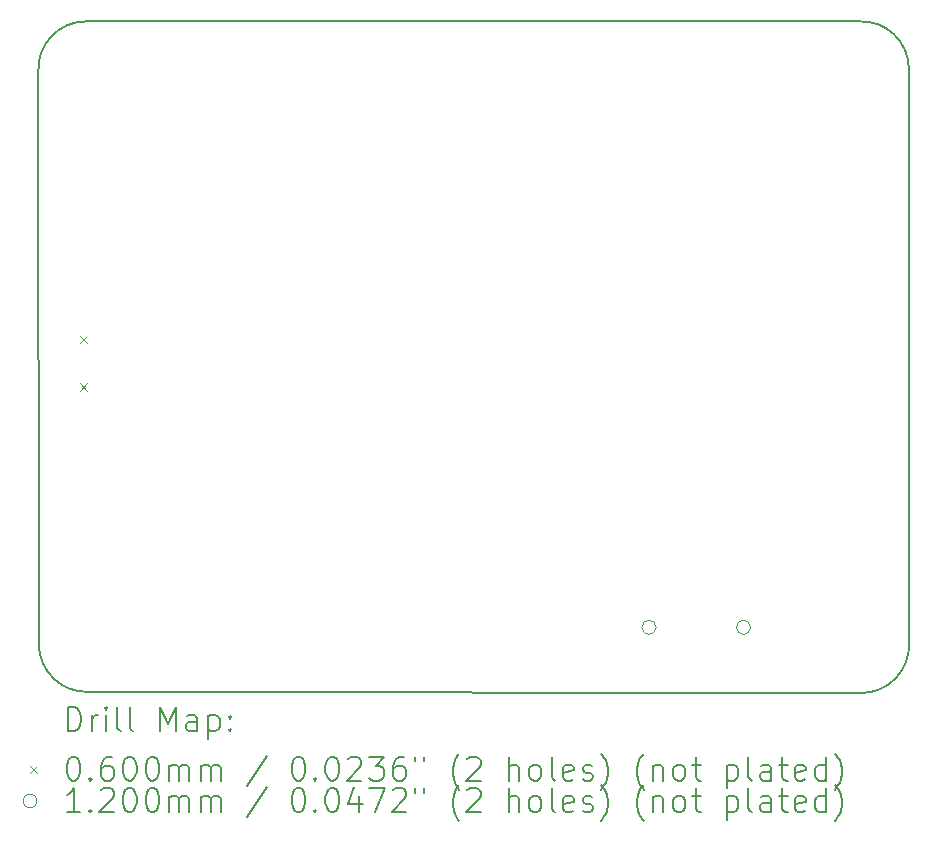
<source format=gbr>
%TF.GenerationSoftware,KiCad,Pcbnew,7.0.5-4d25ed1034~172~ubuntu22.04.1*%
%TF.CreationDate,2023-06-04T18:11:03+03:00*%
%TF.ProjectId,STM32L475-protoboard,53544d33-324c-4343-9735-2d70726f746f,rev?*%
%TF.SameCoordinates,Original*%
%TF.FileFunction,Drillmap*%
%TF.FilePolarity,Positive*%
%FSLAX45Y45*%
G04 Gerber Fmt 4.5, Leading zero omitted, Abs format (unit mm)*
G04 Created by KiCad (PCBNEW 7.0.5-4d25ed1034~172~ubuntu22.04.1) date 2023-06-04 18:11:03*
%MOMM*%
%LPD*%
G01*
G04 APERTURE LIST*
%ADD10C,0.200000*%
%ADD11C,0.060000*%
%ADD12C,0.120000*%
G04 APERTURE END LIST*
D10*
X7084202Y-4926610D02*
X13615197Y-4926993D01*
X14046094Y-5336196D02*
G75*
G03*
X13615197Y-4926993I-405005J4996D01*
G01*
X7084202Y-4926613D02*
G75*
G03*
X6675000Y-5357500I-5003J-404997D01*
G01*
X7109803Y-10603007D02*
X13636304Y-10613586D01*
X6678905Y-10193804D02*
G75*
G03*
X7109803Y-10603007I405005J-4996D01*
G01*
X14045507Y-10182697D02*
X14046086Y-5336196D01*
X6678914Y-10193804D02*
X6675000Y-5357500D01*
X13636304Y-10613595D02*
G75*
G03*
X14045507Y-10182697I4996J405005D01*
G01*
D11*
X7026000Y-7592500D02*
X7086000Y-7652500D01*
X7086000Y-7592500D02*
X7026000Y-7652500D01*
X7026000Y-7992500D02*
X7086000Y-8052500D01*
X7086000Y-7992500D02*
X7026000Y-8052500D01*
D12*
X11905000Y-10057500D02*
G75*
G03*
X11905000Y-10057500I-60000J0D01*
G01*
X12705000Y-10057500D02*
G75*
G03*
X12705000Y-10057500I-60000J0D01*
G01*
D10*
X6924948Y-10935109D02*
X6924948Y-10735109D01*
X6924948Y-10735109D02*
X6972567Y-10735109D01*
X6972567Y-10735109D02*
X7001139Y-10744633D01*
X7001139Y-10744633D02*
X7020187Y-10763681D01*
X7020187Y-10763681D02*
X7029710Y-10782728D01*
X7029710Y-10782728D02*
X7039234Y-10820823D01*
X7039234Y-10820823D02*
X7039234Y-10849395D01*
X7039234Y-10849395D02*
X7029710Y-10887490D01*
X7029710Y-10887490D02*
X7020187Y-10906538D01*
X7020187Y-10906538D02*
X7001139Y-10925585D01*
X7001139Y-10925585D02*
X6972567Y-10935109D01*
X6972567Y-10935109D02*
X6924948Y-10935109D01*
X7124948Y-10935109D02*
X7124948Y-10801776D01*
X7124948Y-10839871D02*
X7134472Y-10820823D01*
X7134472Y-10820823D02*
X7143996Y-10811300D01*
X7143996Y-10811300D02*
X7163044Y-10801776D01*
X7163044Y-10801776D02*
X7182091Y-10801776D01*
X7248758Y-10935109D02*
X7248758Y-10801776D01*
X7248758Y-10735109D02*
X7239234Y-10744633D01*
X7239234Y-10744633D02*
X7248758Y-10754157D01*
X7248758Y-10754157D02*
X7258282Y-10744633D01*
X7258282Y-10744633D02*
X7248758Y-10735109D01*
X7248758Y-10735109D02*
X7248758Y-10754157D01*
X7372567Y-10935109D02*
X7353520Y-10925585D01*
X7353520Y-10925585D02*
X7343996Y-10906538D01*
X7343996Y-10906538D02*
X7343996Y-10735109D01*
X7477329Y-10935109D02*
X7458282Y-10925585D01*
X7458282Y-10925585D02*
X7448758Y-10906538D01*
X7448758Y-10906538D02*
X7448758Y-10735109D01*
X7705901Y-10935109D02*
X7705901Y-10735109D01*
X7705901Y-10735109D02*
X7772568Y-10877966D01*
X7772568Y-10877966D02*
X7839234Y-10735109D01*
X7839234Y-10735109D02*
X7839234Y-10935109D01*
X8020187Y-10935109D02*
X8020187Y-10830347D01*
X8020187Y-10830347D02*
X8010663Y-10811300D01*
X8010663Y-10811300D02*
X7991615Y-10801776D01*
X7991615Y-10801776D02*
X7953520Y-10801776D01*
X7953520Y-10801776D02*
X7934472Y-10811300D01*
X8020187Y-10925585D02*
X8001139Y-10935109D01*
X8001139Y-10935109D02*
X7953520Y-10935109D01*
X7953520Y-10935109D02*
X7934472Y-10925585D01*
X7934472Y-10925585D02*
X7924948Y-10906538D01*
X7924948Y-10906538D02*
X7924948Y-10887490D01*
X7924948Y-10887490D02*
X7934472Y-10868442D01*
X7934472Y-10868442D02*
X7953520Y-10858919D01*
X7953520Y-10858919D02*
X8001139Y-10858919D01*
X8001139Y-10858919D02*
X8020187Y-10849395D01*
X8115425Y-10801776D02*
X8115425Y-11001776D01*
X8115425Y-10811300D02*
X8134472Y-10801776D01*
X8134472Y-10801776D02*
X8172568Y-10801776D01*
X8172568Y-10801776D02*
X8191615Y-10811300D01*
X8191615Y-10811300D02*
X8201139Y-10820823D01*
X8201139Y-10820823D02*
X8210663Y-10839871D01*
X8210663Y-10839871D02*
X8210663Y-10897014D01*
X8210663Y-10897014D02*
X8201139Y-10916061D01*
X8201139Y-10916061D02*
X8191615Y-10925585D01*
X8191615Y-10925585D02*
X8172568Y-10935109D01*
X8172568Y-10935109D02*
X8134472Y-10935109D01*
X8134472Y-10935109D02*
X8115425Y-10925585D01*
X8296377Y-10916061D02*
X8305901Y-10925585D01*
X8305901Y-10925585D02*
X8296377Y-10935109D01*
X8296377Y-10935109D02*
X8286853Y-10925585D01*
X8286853Y-10925585D02*
X8296377Y-10916061D01*
X8296377Y-10916061D02*
X8296377Y-10935109D01*
X8296377Y-10811300D02*
X8305901Y-10820823D01*
X8305901Y-10820823D02*
X8296377Y-10830347D01*
X8296377Y-10830347D02*
X8286853Y-10820823D01*
X8286853Y-10820823D02*
X8296377Y-10811300D01*
X8296377Y-10811300D02*
X8296377Y-10830347D01*
D11*
X6604172Y-11233625D02*
X6664172Y-11293625D01*
X6664172Y-11233625D02*
X6604172Y-11293625D01*
D10*
X6963044Y-11155109D02*
X6982091Y-11155109D01*
X6982091Y-11155109D02*
X7001139Y-11164633D01*
X7001139Y-11164633D02*
X7010663Y-11174157D01*
X7010663Y-11174157D02*
X7020187Y-11193204D01*
X7020187Y-11193204D02*
X7029710Y-11231299D01*
X7029710Y-11231299D02*
X7029710Y-11278919D01*
X7029710Y-11278919D02*
X7020187Y-11317014D01*
X7020187Y-11317014D02*
X7010663Y-11336061D01*
X7010663Y-11336061D02*
X7001139Y-11345585D01*
X7001139Y-11345585D02*
X6982091Y-11355109D01*
X6982091Y-11355109D02*
X6963044Y-11355109D01*
X6963044Y-11355109D02*
X6943996Y-11345585D01*
X6943996Y-11345585D02*
X6934472Y-11336061D01*
X6934472Y-11336061D02*
X6924948Y-11317014D01*
X6924948Y-11317014D02*
X6915425Y-11278919D01*
X6915425Y-11278919D02*
X6915425Y-11231299D01*
X6915425Y-11231299D02*
X6924948Y-11193204D01*
X6924948Y-11193204D02*
X6934472Y-11174157D01*
X6934472Y-11174157D02*
X6943996Y-11164633D01*
X6943996Y-11164633D02*
X6963044Y-11155109D01*
X7115425Y-11336061D02*
X7124948Y-11345585D01*
X7124948Y-11345585D02*
X7115425Y-11355109D01*
X7115425Y-11355109D02*
X7105901Y-11345585D01*
X7105901Y-11345585D02*
X7115425Y-11336061D01*
X7115425Y-11336061D02*
X7115425Y-11355109D01*
X7296377Y-11155109D02*
X7258282Y-11155109D01*
X7258282Y-11155109D02*
X7239234Y-11164633D01*
X7239234Y-11164633D02*
X7229710Y-11174157D01*
X7229710Y-11174157D02*
X7210663Y-11202728D01*
X7210663Y-11202728D02*
X7201139Y-11240823D01*
X7201139Y-11240823D02*
X7201139Y-11317014D01*
X7201139Y-11317014D02*
X7210663Y-11336061D01*
X7210663Y-11336061D02*
X7220187Y-11345585D01*
X7220187Y-11345585D02*
X7239234Y-11355109D01*
X7239234Y-11355109D02*
X7277329Y-11355109D01*
X7277329Y-11355109D02*
X7296377Y-11345585D01*
X7296377Y-11345585D02*
X7305901Y-11336061D01*
X7305901Y-11336061D02*
X7315425Y-11317014D01*
X7315425Y-11317014D02*
X7315425Y-11269395D01*
X7315425Y-11269395D02*
X7305901Y-11250347D01*
X7305901Y-11250347D02*
X7296377Y-11240823D01*
X7296377Y-11240823D02*
X7277329Y-11231299D01*
X7277329Y-11231299D02*
X7239234Y-11231299D01*
X7239234Y-11231299D02*
X7220187Y-11240823D01*
X7220187Y-11240823D02*
X7210663Y-11250347D01*
X7210663Y-11250347D02*
X7201139Y-11269395D01*
X7439234Y-11155109D02*
X7458282Y-11155109D01*
X7458282Y-11155109D02*
X7477329Y-11164633D01*
X7477329Y-11164633D02*
X7486853Y-11174157D01*
X7486853Y-11174157D02*
X7496377Y-11193204D01*
X7496377Y-11193204D02*
X7505901Y-11231299D01*
X7505901Y-11231299D02*
X7505901Y-11278919D01*
X7505901Y-11278919D02*
X7496377Y-11317014D01*
X7496377Y-11317014D02*
X7486853Y-11336061D01*
X7486853Y-11336061D02*
X7477329Y-11345585D01*
X7477329Y-11345585D02*
X7458282Y-11355109D01*
X7458282Y-11355109D02*
X7439234Y-11355109D01*
X7439234Y-11355109D02*
X7420187Y-11345585D01*
X7420187Y-11345585D02*
X7410663Y-11336061D01*
X7410663Y-11336061D02*
X7401139Y-11317014D01*
X7401139Y-11317014D02*
X7391615Y-11278919D01*
X7391615Y-11278919D02*
X7391615Y-11231299D01*
X7391615Y-11231299D02*
X7401139Y-11193204D01*
X7401139Y-11193204D02*
X7410663Y-11174157D01*
X7410663Y-11174157D02*
X7420187Y-11164633D01*
X7420187Y-11164633D02*
X7439234Y-11155109D01*
X7629710Y-11155109D02*
X7648758Y-11155109D01*
X7648758Y-11155109D02*
X7667806Y-11164633D01*
X7667806Y-11164633D02*
X7677329Y-11174157D01*
X7677329Y-11174157D02*
X7686853Y-11193204D01*
X7686853Y-11193204D02*
X7696377Y-11231299D01*
X7696377Y-11231299D02*
X7696377Y-11278919D01*
X7696377Y-11278919D02*
X7686853Y-11317014D01*
X7686853Y-11317014D02*
X7677329Y-11336061D01*
X7677329Y-11336061D02*
X7667806Y-11345585D01*
X7667806Y-11345585D02*
X7648758Y-11355109D01*
X7648758Y-11355109D02*
X7629710Y-11355109D01*
X7629710Y-11355109D02*
X7610663Y-11345585D01*
X7610663Y-11345585D02*
X7601139Y-11336061D01*
X7601139Y-11336061D02*
X7591615Y-11317014D01*
X7591615Y-11317014D02*
X7582091Y-11278919D01*
X7582091Y-11278919D02*
X7582091Y-11231299D01*
X7582091Y-11231299D02*
X7591615Y-11193204D01*
X7591615Y-11193204D02*
X7601139Y-11174157D01*
X7601139Y-11174157D02*
X7610663Y-11164633D01*
X7610663Y-11164633D02*
X7629710Y-11155109D01*
X7782091Y-11355109D02*
X7782091Y-11221776D01*
X7782091Y-11240823D02*
X7791615Y-11231299D01*
X7791615Y-11231299D02*
X7810663Y-11221776D01*
X7810663Y-11221776D02*
X7839234Y-11221776D01*
X7839234Y-11221776D02*
X7858282Y-11231299D01*
X7858282Y-11231299D02*
X7867806Y-11250347D01*
X7867806Y-11250347D02*
X7867806Y-11355109D01*
X7867806Y-11250347D02*
X7877329Y-11231299D01*
X7877329Y-11231299D02*
X7896377Y-11221776D01*
X7896377Y-11221776D02*
X7924948Y-11221776D01*
X7924948Y-11221776D02*
X7943996Y-11231299D01*
X7943996Y-11231299D02*
X7953520Y-11250347D01*
X7953520Y-11250347D02*
X7953520Y-11355109D01*
X8048758Y-11355109D02*
X8048758Y-11221776D01*
X8048758Y-11240823D02*
X8058282Y-11231299D01*
X8058282Y-11231299D02*
X8077329Y-11221776D01*
X8077329Y-11221776D02*
X8105901Y-11221776D01*
X8105901Y-11221776D02*
X8124949Y-11231299D01*
X8124949Y-11231299D02*
X8134472Y-11250347D01*
X8134472Y-11250347D02*
X8134472Y-11355109D01*
X8134472Y-11250347D02*
X8143996Y-11231299D01*
X8143996Y-11231299D02*
X8163044Y-11221776D01*
X8163044Y-11221776D02*
X8191615Y-11221776D01*
X8191615Y-11221776D02*
X8210663Y-11231299D01*
X8210663Y-11231299D02*
X8220187Y-11250347D01*
X8220187Y-11250347D02*
X8220187Y-11355109D01*
X8610663Y-11145585D02*
X8439234Y-11402728D01*
X8867806Y-11155109D02*
X8886854Y-11155109D01*
X8886854Y-11155109D02*
X8905901Y-11164633D01*
X8905901Y-11164633D02*
X8915425Y-11174157D01*
X8915425Y-11174157D02*
X8924949Y-11193204D01*
X8924949Y-11193204D02*
X8934473Y-11231299D01*
X8934473Y-11231299D02*
X8934473Y-11278919D01*
X8934473Y-11278919D02*
X8924949Y-11317014D01*
X8924949Y-11317014D02*
X8915425Y-11336061D01*
X8915425Y-11336061D02*
X8905901Y-11345585D01*
X8905901Y-11345585D02*
X8886854Y-11355109D01*
X8886854Y-11355109D02*
X8867806Y-11355109D01*
X8867806Y-11355109D02*
X8848758Y-11345585D01*
X8848758Y-11345585D02*
X8839234Y-11336061D01*
X8839234Y-11336061D02*
X8829711Y-11317014D01*
X8829711Y-11317014D02*
X8820187Y-11278919D01*
X8820187Y-11278919D02*
X8820187Y-11231299D01*
X8820187Y-11231299D02*
X8829711Y-11193204D01*
X8829711Y-11193204D02*
X8839234Y-11174157D01*
X8839234Y-11174157D02*
X8848758Y-11164633D01*
X8848758Y-11164633D02*
X8867806Y-11155109D01*
X9020187Y-11336061D02*
X9029711Y-11345585D01*
X9029711Y-11345585D02*
X9020187Y-11355109D01*
X9020187Y-11355109D02*
X9010663Y-11345585D01*
X9010663Y-11345585D02*
X9020187Y-11336061D01*
X9020187Y-11336061D02*
X9020187Y-11355109D01*
X9153520Y-11155109D02*
X9172568Y-11155109D01*
X9172568Y-11155109D02*
X9191615Y-11164633D01*
X9191615Y-11164633D02*
X9201139Y-11174157D01*
X9201139Y-11174157D02*
X9210663Y-11193204D01*
X9210663Y-11193204D02*
X9220187Y-11231299D01*
X9220187Y-11231299D02*
X9220187Y-11278919D01*
X9220187Y-11278919D02*
X9210663Y-11317014D01*
X9210663Y-11317014D02*
X9201139Y-11336061D01*
X9201139Y-11336061D02*
X9191615Y-11345585D01*
X9191615Y-11345585D02*
X9172568Y-11355109D01*
X9172568Y-11355109D02*
X9153520Y-11355109D01*
X9153520Y-11355109D02*
X9134473Y-11345585D01*
X9134473Y-11345585D02*
X9124949Y-11336061D01*
X9124949Y-11336061D02*
X9115425Y-11317014D01*
X9115425Y-11317014D02*
X9105901Y-11278919D01*
X9105901Y-11278919D02*
X9105901Y-11231299D01*
X9105901Y-11231299D02*
X9115425Y-11193204D01*
X9115425Y-11193204D02*
X9124949Y-11174157D01*
X9124949Y-11174157D02*
X9134473Y-11164633D01*
X9134473Y-11164633D02*
X9153520Y-11155109D01*
X9296377Y-11174157D02*
X9305901Y-11164633D01*
X9305901Y-11164633D02*
X9324949Y-11155109D01*
X9324949Y-11155109D02*
X9372568Y-11155109D01*
X9372568Y-11155109D02*
X9391615Y-11164633D01*
X9391615Y-11164633D02*
X9401139Y-11174157D01*
X9401139Y-11174157D02*
X9410663Y-11193204D01*
X9410663Y-11193204D02*
X9410663Y-11212252D01*
X9410663Y-11212252D02*
X9401139Y-11240823D01*
X9401139Y-11240823D02*
X9286854Y-11355109D01*
X9286854Y-11355109D02*
X9410663Y-11355109D01*
X9477330Y-11155109D02*
X9601139Y-11155109D01*
X9601139Y-11155109D02*
X9534473Y-11231299D01*
X9534473Y-11231299D02*
X9563044Y-11231299D01*
X9563044Y-11231299D02*
X9582092Y-11240823D01*
X9582092Y-11240823D02*
X9591615Y-11250347D01*
X9591615Y-11250347D02*
X9601139Y-11269395D01*
X9601139Y-11269395D02*
X9601139Y-11317014D01*
X9601139Y-11317014D02*
X9591615Y-11336061D01*
X9591615Y-11336061D02*
X9582092Y-11345585D01*
X9582092Y-11345585D02*
X9563044Y-11355109D01*
X9563044Y-11355109D02*
X9505901Y-11355109D01*
X9505901Y-11355109D02*
X9486854Y-11345585D01*
X9486854Y-11345585D02*
X9477330Y-11336061D01*
X9772568Y-11155109D02*
X9734473Y-11155109D01*
X9734473Y-11155109D02*
X9715425Y-11164633D01*
X9715425Y-11164633D02*
X9705901Y-11174157D01*
X9705901Y-11174157D02*
X9686854Y-11202728D01*
X9686854Y-11202728D02*
X9677330Y-11240823D01*
X9677330Y-11240823D02*
X9677330Y-11317014D01*
X9677330Y-11317014D02*
X9686854Y-11336061D01*
X9686854Y-11336061D02*
X9696377Y-11345585D01*
X9696377Y-11345585D02*
X9715425Y-11355109D01*
X9715425Y-11355109D02*
X9753520Y-11355109D01*
X9753520Y-11355109D02*
X9772568Y-11345585D01*
X9772568Y-11345585D02*
X9782092Y-11336061D01*
X9782092Y-11336061D02*
X9791615Y-11317014D01*
X9791615Y-11317014D02*
X9791615Y-11269395D01*
X9791615Y-11269395D02*
X9782092Y-11250347D01*
X9782092Y-11250347D02*
X9772568Y-11240823D01*
X9772568Y-11240823D02*
X9753520Y-11231299D01*
X9753520Y-11231299D02*
X9715425Y-11231299D01*
X9715425Y-11231299D02*
X9696377Y-11240823D01*
X9696377Y-11240823D02*
X9686854Y-11250347D01*
X9686854Y-11250347D02*
X9677330Y-11269395D01*
X9867806Y-11155109D02*
X9867806Y-11193204D01*
X9943996Y-11155109D02*
X9943996Y-11193204D01*
X10239235Y-11431299D02*
X10229711Y-11421776D01*
X10229711Y-11421776D02*
X10210663Y-11393204D01*
X10210663Y-11393204D02*
X10201139Y-11374157D01*
X10201139Y-11374157D02*
X10191616Y-11345585D01*
X10191616Y-11345585D02*
X10182092Y-11297966D01*
X10182092Y-11297966D02*
X10182092Y-11259871D01*
X10182092Y-11259871D02*
X10191616Y-11212252D01*
X10191616Y-11212252D02*
X10201139Y-11183681D01*
X10201139Y-11183681D02*
X10210663Y-11164633D01*
X10210663Y-11164633D02*
X10229711Y-11136061D01*
X10229711Y-11136061D02*
X10239235Y-11126538D01*
X10305901Y-11174157D02*
X10315425Y-11164633D01*
X10315425Y-11164633D02*
X10334473Y-11155109D01*
X10334473Y-11155109D02*
X10382092Y-11155109D01*
X10382092Y-11155109D02*
X10401139Y-11164633D01*
X10401139Y-11164633D02*
X10410663Y-11174157D01*
X10410663Y-11174157D02*
X10420187Y-11193204D01*
X10420187Y-11193204D02*
X10420187Y-11212252D01*
X10420187Y-11212252D02*
X10410663Y-11240823D01*
X10410663Y-11240823D02*
X10296377Y-11355109D01*
X10296377Y-11355109D02*
X10420187Y-11355109D01*
X10658282Y-11355109D02*
X10658282Y-11155109D01*
X10743997Y-11355109D02*
X10743997Y-11250347D01*
X10743997Y-11250347D02*
X10734473Y-11231299D01*
X10734473Y-11231299D02*
X10715425Y-11221776D01*
X10715425Y-11221776D02*
X10686854Y-11221776D01*
X10686854Y-11221776D02*
X10667806Y-11231299D01*
X10667806Y-11231299D02*
X10658282Y-11240823D01*
X10867806Y-11355109D02*
X10848758Y-11345585D01*
X10848758Y-11345585D02*
X10839235Y-11336061D01*
X10839235Y-11336061D02*
X10829711Y-11317014D01*
X10829711Y-11317014D02*
X10829711Y-11259871D01*
X10829711Y-11259871D02*
X10839235Y-11240823D01*
X10839235Y-11240823D02*
X10848758Y-11231299D01*
X10848758Y-11231299D02*
X10867806Y-11221776D01*
X10867806Y-11221776D02*
X10896378Y-11221776D01*
X10896378Y-11221776D02*
X10915425Y-11231299D01*
X10915425Y-11231299D02*
X10924949Y-11240823D01*
X10924949Y-11240823D02*
X10934473Y-11259871D01*
X10934473Y-11259871D02*
X10934473Y-11317014D01*
X10934473Y-11317014D02*
X10924949Y-11336061D01*
X10924949Y-11336061D02*
X10915425Y-11345585D01*
X10915425Y-11345585D02*
X10896378Y-11355109D01*
X10896378Y-11355109D02*
X10867806Y-11355109D01*
X11048758Y-11355109D02*
X11029711Y-11345585D01*
X11029711Y-11345585D02*
X11020187Y-11326538D01*
X11020187Y-11326538D02*
X11020187Y-11155109D01*
X11201139Y-11345585D02*
X11182092Y-11355109D01*
X11182092Y-11355109D02*
X11143997Y-11355109D01*
X11143997Y-11355109D02*
X11124949Y-11345585D01*
X11124949Y-11345585D02*
X11115425Y-11326538D01*
X11115425Y-11326538D02*
X11115425Y-11250347D01*
X11115425Y-11250347D02*
X11124949Y-11231299D01*
X11124949Y-11231299D02*
X11143997Y-11221776D01*
X11143997Y-11221776D02*
X11182092Y-11221776D01*
X11182092Y-11221776D02*
X11201139Y-11231299D01*
X11201139Y-11231299D02*
X11210663Y-11250347D01*
X11210663Y-11250347D02*
X11210663Y-11269395D01*
X11210663Y-11269395D02*
X11115425Y-11288442D01*
X11286854Y-11345585D02*
X11305901Y-11355109D01*
X11305901Y-11355109D02*
X11343996Y-11355109D01*
X11343996Y-11355109D02*
X11363044Y-11345585D01*
X11363044Y-11345585D02*
X11372568Y-11326538D01*
X11372568Y-11326538D02*
X11372568Y-11317014D01*
X11372568Y-11317014D02*
X11363044Y-11297966D01*
X11363044Y-11297966D02*
X11343996Y-11288442D01*
X11343996Y-11288442D02*
X11315425Y-11288442D01*
X11315425Y-11288442D02*
X11296377Y-11278919D01*
X11296377Y-11278919D02*
X11286854Y-11259871D01*
X11286854Y-11259871D02*
X11286854Y-11250347D01*
X11286854Y-11250347D02*
X11296377Y-11231299D01*
X11296377Y-11231299D02*
X11315425Y-11221776D01*
X11315425Y-11221776D02*
X11343996Y-11221776D01*
X11343996Y-11221776D02*
X11363044Y-11231299D01*
X11439235Y-11431299D02*
X11448758Y-11421776D01*
X11448758Y-11421776D02*
X11467806Y-11393204D01*
X11467806Y-11393204D02*
X11477330Y-11374157D01*
X11477330Y-11374157D02*
X11486854Y-11345585D01*
X11486854Y-11345585D02*
X11496377Y-11297966D01*
X11496377Y-11297966D02*
X11496377Y-11259871D01*
X11496377Y-11259871D02*
X11486854Y-11212252D01*
X11486854Y-11212252D02*
X11477330Y-11183681D01*
X11477330Y-11183681D02*
X11467806Y-11164633D01*
X11467806Y-11164633D02*
X11448758Y-11136061D01*
X11448758Y-11136061D02*
X11439235Y-11126538D01*
X11801139Y-11431299D02*
X11791616Y-11421776D01*
X11791616Y-11421776D02*
X11772568Y-11393204D01*
X11772568Y-11393204D02*
X11763044Y-11374157D01*
X11763044Y-11374157D02*
X11753520Y-11345585D01*
X11753520Y-11345585D02*
X11743997Y-11297966D01*
X11743997Y-11297966D02*
X11743997Y-11259871D01*
X11743997Y-11259871D02*
X11753520Y-11212252D01*
X11753520Y-11212252D02*
X11763044Y-11183681D01*
X11763044Y-11183681D02*
X11772568Y-11164633D01*
X11772568Y-11164633D02*
X11791616Y-11136061D01*
X11791616Y-11136061D02*
X11801139Y-11126538D01*
X11877330Y-11221776D02*
X11877330Y-11355109D01*
X11877330Y-11240823D02*
X11886854Y-11231299D01*
X11886854Y-11231299D02*
X11905901Y-11221776D01*
X11905901Y-11221776D02*
X11934473Y-11221776D01*
X11934473Y-11221776D02*
X11953520Y-11231299D01*
X11953520Y-11231299D02*
X11963044Y-11250347D01*
X11963044Y-11250347D02*
X11963044Y-11355109D01*
X12086854Y-11355109D02*
X12067806Y-11345585D01*
X12067806Y-11345585D02*
X12058282Y-11336061D01*
X12058282Y-11336061D02*
X12048758Y-11317014D01*
X12048758Y-11317014D02*
X12048758Y-11259871D01*
X12048758Y-11259871D02*
X12058282Y-11240823D01*
X12058282Y-11240823D02*
X12067806Y-11231299D01*
X12067806Y-11231299D02*
X12086854Y-11221776D01*
X12086854Y-11221776D02*
X12115425Y-11221776D01*
X12115425Y-11221776D02*
X12134473Y-11231299D01*
X12134473Y-11231299D02*
X12143997Y-11240823D01*
X12143997Y-11240823D02*
X12153520Y-11259871D01*
X12153520Y-11259871D02*
X12153520Y-11317014D01*
X12153520Y-11317014D02*
X12143997Y-11336061D01*
X12143997Y-11336061D02*
X12134473Y-11345585D01*
X12134473Y-11345585D02*
X12115425Y-11355109D01*
X12115425Y-11355109D02*
X12086854Y-11355109D01*
X12210663Y-11221776D02*
X12286854Y-11221776D01*
X12239235Y-11155109D02*
X12239235Y-11326538D01*
X12239235Y-11326538D02*
X12248758Y-11345585D01*
X12248758Y-11345585D02*
X12267806Y-11355109D01*
X12267806Y-11355109D02*
X12286854Y-11355109D01*
X12505901Y-11221776D02*
X12505901Y-11421776D01*
X12505901Y-11231299D02*
X12524949Y-11221776D01*
X12524949Y-11221776D02*
X12563044Y-11221776D01*
X12563044Y-11221776D02*
X12582092Y-11231299D01*
X12582092Y-11231299D02*
X12591616Y-11240823D01*
X12591616Y-11240823D02*
X12601139Y-11259871D01*
X12601139Y-11259871D02*
X12601139Y-11317014D01*
X12601139Y-11317014D02*
X12591616Y-11336061D01*
X12591616Y-11336061D02*
X12582092Y-11345585D01*
X12582092Y-11345585D02*
X12563044Y-11355109D01*
X12563044Y-11355109D02*
X12524949Y-11355109D01*
X12524949Y-11355109D02*
X12505901Y-11345585D01*
X12715425Y-11355109D02*
X12696378Y-11345585D01*
X12696378Y-11345585D02*
X12686854Y-11326538D01*
X12686854Y-11326538D02*
X12686854Y-11155109D01*
X12877330Y-11355109D02*
X12877330Y-11250347D01*
X12877330Y-11250347D02*
X12867806Y-11231299D01*
X12867806Y-11231299D02*
X12848759Y-11221776D01*
X12848759Y-11221776D02*
X12810663Y-11221776D01*
X12810663Y-11221776D02*
X12791616Y-11231299D01*
X12877330Y-11345585D02*
X12858282Y-11355109D01*
X12858282Y-11355109D02*
X12810663Y-11355109D01*
X12810663Y-11355109D02*
X12791616Y-11345585D01*
X12791616Y-11345585D02*
X12782092Y-11326538D01*
X12782092Y-11326538D02*
X12782092Y-11307490D01*
X12782092Y-11307490D02*
X12791616Y-11288442D01*
X12791616Y-11288442D02*
X12810663Y-11278919D01*
X12810663Y-11278919D02*
X12858282Y-11278919D01*
X12858282Y-11278919D02*
X12877330Y-11269395D01*
X12943997Y-11221776D02*
X13020187Y-11221776D01*
X12972568Y-11155109D02*
X12972568Y-11326538D01*
X12972568Y-11326538D02*
X12982092Y-11345585D01*
X12982092Y-11345585D02*
X13001139Y-11355109D01*
X13001139Y-11355109D02*
X13020187Y-11355109D01*
X13163044Y-11345585D02*
X13143997Y-11355109D01*
X13143997Y-11355109D02*
X13105901Y-11355109D01*
X13105901Y-11355109D02*
X13086854Y-11345585D01*
X13086854Y-11345585D02*
X13077330Y-11326538D01*
X13077330Y-11326538D02*
X13077330Y-11250347D01*
X13077330Y-11250347D02*
X13086854Y-11231299D01*
X13086854Y-11231299D02*
X13105901Y-11221776D01*
X13105901Y-11221776D02*
X13143997Y-11221776D01*
X13143997Y-11221776D02*
X13163044Y-11231299D01*
X13163044Y-11231299D02*
X13172568Y-11250347D01*
X13172568Y-11250347D02*
X13172568Y-11269395D01*
X13172568Y-11269395D02*
X13077330Y-11288442D01*
X13343997Y-11355109D02*
X13343997Y-11155109D01*
X13343997Y-11345585D02*
X13324949Y-11355109D01*
X13324949Y-11355109D02*
X13286854Y-11355109D01*
X13286854Y-11355109D02*
X13267806Y-11345585D01*
X13267806Y-11345585D02*
X13258282Y-11336061D01*
X13258282Y-11336061D02*
X13248759Y-11317014D01*
X13248759Y-11317014D02*
X13248759Y-11259871D01*
X13248759Y-11259871D02*
X13258282Y-11240823D01*
X13258282Y-11240823D02*
X13267806Y-11231299D01*
X13267806Y-11231299D02*
X13286854Y-11221776D01*
X13286854Y-11221776D02*
X13324949Y-11221776D01*
X13324949Y-11221776D02*
X13343997Y-11231299D01*
X13420187Y-11431299D02*
X13429711Y-11421776D01*
X13429711Y-11421776D02*
X13448759Y-11393204D01*
X13448759Y-11393204D02*
X13458282Y-11374157D01*
X13458282Y-11374157D02*
X13467806Y-11345585D01*
X13467806Y-11345585D02*
X13477330Y-11297966D01*
X13477330Y-11297966D02*
X13477330Y-11259871D01*
X13477330Y-11259871D02*
X13467806Y-11212252D01*
X13467806Y-11212252D02*
X13458282Y-11183681D01*
X13458282Y-11183681D02*
X13448759Y-11164633D01*
X13448759Y-11164633D02*
X13429711Y-11136061D01*
X13429711Y-11136061D02*
X13420187Y-11126538D01*
D12*
X6664172Y-11527625D02*
G75*
G03*
X6664172Y-11527625I-60000J0D01*
G01*
D10*
X7029710Y-11619109D02*
X6915425Y-11619109D01*
X6972567Y-11619109D02*
X6972567Y-11419109D01*
X6972567Y-11419109D02*
X6953520Y-11447680D01*
X6953520Y-11447680D02*
X6934472Y-11466728D01*
X6934472Y-11466728D02*
X6915425Y-11476252D01*
X7115425Y-11600061D02*
X7124948Y-11609585D01*
X7124948Y-11609585D02*
X7115425Y-11619109D01*
X7115425Y-11619109D02*
X7105901Y-11609585D01*
X7105901Y-11609585D02*
X7115425Y-11600061D01*
X7115425Y-11600061D02*
X7115425Y-11619109D01*
X7201139Y-11438157D02*
X7210663Y-11428633D01*
X7210663Y-11428633D02*
X7229710Y-11419109D01*
X7229710Y-11419109D02*
X7277329Y-11419109D01*
X7277329Y-11419109D02*
X7296377Y-11428633D01*
X7296377Y-11428633D02*
X7305901Y-11438157D01*
X7305901Y-11438157D02*
X7315425Y-11457204D01*
X7315425Y-11457204D02*
X7315425Y-11476252D01*
X7315425Y-11476252D02*
X7305901Y-11504823D01*
X7305901Y-11504823D02*
X7191615Y-11619109D01*
X7191615Y-11619109D02*
X7315425Y-11619109D01*
X7439234Y-11419109D02*
X7458282Y-11419109D01*
X7458282Y-11419109D02*
X7477329Y-11428633D01*
X7477329Y-11428633D02*
X7486853Y-11438157D01*
X7486853Y-11438157D02*
X7496377Y-11457204D01*
X7496377Y-11457204D02*
X7505901Y-11495299D01*
X7505901Y-11495299D02*
X7505901Y-11542919D01*
X7505901Y-11542919D02*
X7496377Y-11581014D01*
X7496377Y-11581014D02*
X7486853Y-11600061D01*
X7486853Y-11600061D02*
X7477329Y-11609585D01*
X7477329Y-11609585D02*
X7458282Y-11619109D01*
X7458282Y-11619109D02*
X7439234Y-11619109D01*
X7439234Y-11619109D02*
X7420187Y-11609585D01*
X7420187Y-11609585D02*
X7410663Y-11600061D01*
X7410663Y-11600061D02*
X7401139Y-11581014D01*
X7401139Y-11581014D02*
X7391615Y-11542919D01*
X7391615Y-11542919D02*
X7391615Y-11495299D01*
X7391615Y-11495299D02*
X7401139Y-11457204D01*
X7401139Y-11457204D02*
X7410663Y-11438157D01*
X7410663Y-11438157D02*
X7420187Y-11428633D01*
X7420187Y-11428633D02*
X7439234Y-11419109D01*
X7629710Y-11419109D02*
X7648758Y-11419109D01*
X7648758Y-11419109D02*
X7667806Y-11428633D01*
X7667806Y-11428633D02*
X7677329Y-11438157D01*
X7677329Y-11438157D02*
X7686853Y-11457204D01*
X7686853Y-11457204D02*
X7696377Y-11495299D01*
X7696377Y-11495299D02*
X7696377Y-11542919D01*
X7696377Y-11542919D02*
X7686853Y-11581014D01*
X7686853Y-11581014D02*
X7677329Y-11600061D01*
X7677329Y-11600061D02*
X7667806Y-11609585D01*
X7667806Y-11609585D02*
X7648758Y-11619109D01*
X7648758Y-11619109D02*
X7629710Y-11619109D01*
X7629710Y-11619109D02*
X7610663Y-11609585D01*
X7610663Y-11609585D02*
X7601139Y-11600061D01*
X7601139Y-11600061D02*
X7591615Y-11581014D01*
X7591615Y-11581014D02*
X7582091Y-11542919D01*
X7582091Y-11542919D02*
X7582091Y-11495299D01*
X7582091Y-11495299D02*
X7591615Y-11457204D01*
X7591615Y-11457204D02*
X7601139Y-11438157D01*
X7601139Y-11438157D02*
X7610663Y-11428633D01*
X7610663Y-11428633D02*
X7629710Y-11419109D01*
X7782091Y-11619109D02*
X7782091Y-11485776D01*
X7782091Y-11504823D02*
X7791615Y-11495299D01*
X7791615Y-11495299D02*
X7810663Y-11485776D01*
X7810663Y-11485776D02*
X7839234Y-11485776D01*
X7839234Y-11485776D02*
X7858282Y-11495299D01*
X7858282Y-11495299D02*
X7867806Y-11514347D01*
X7867806Y-11514347D02*
X7867806Y-11619109D01*
X7867806Y-11514347D02*
X7877329Y-11495299D01*
X7877329Y-11495299D02*
X7896377Y-11485776D01*
X7896377Y-11485776D02*
X7924948Y-11485776D01*
X7924948Y-11485776D02*
X7943996Y-11495299D01*
X7943996Y-11495299D02*
X7953520Y-11514347D01*
X7953520Y-11514347D02*
X7953520Y-11619109D01*
X8048758Y-11619109D02*
X8048758Y-11485776D01*
X8048758Y-11504823D02*
X8058282Y-11495299D01*
X8058282Y-11495299D02*
X8077329Y-11485776D01*
X8077329Y-11485776D02*
X8105901Y-11485776D01*
X8105901Y-11485776D02*
X8124949Y-11495299D01*
X8124949Y-11495299D02*
X8134472Y-11514347D01*
X8134472Y-11514347D02*
X8134472Y-11619109D01*
X8134472Y-11514347D02*
X8143996Y-11495299D01*
X8143996Y-11495299D02*
X8163044Y-11485776D01*
X8163044Y-11485776D02*
X8191615Y-11485776D01*
X8191615Y-11485776D02*
X8210663Y-11495299D01*
X8210663Y-11495299D02*
X8220187Y-11514347D01*
X8220187Y-11514347D02*
X8220187Y-11619109D01*
X8610663Y-11409585D02*
X8439234Y-11666728D01*
X8867806Y-11419109D02*
X8886854Y-11419109D01*
X8886854Y-11419109D02*
X8905901Y-11428633D01*
X8905901Y-11428633D02*
X8915425Y-11438157D01*
X8915425Y-11438157D02*
X8924949Y-11457204D01*
X8924949Y-11457204D02*
X8934473Y-11495299D01*
X8934473Y-11495299D02*
X8934473Y-11542919D01*
X8934473Y-11542919D02*
X8924949Y-11581014D01*
X8924949Y-11581014D02*
X8915425Y-11600061D01*
X8915425Y-11600061D02*
X8905901Y-11609585D01*
X8905901Y-11609585D02*
X8886854Y-11619109D01*
X8886854Y-11619109D02*
X8867806Y-11619109D01*
X8867806Y-11619109D02*
X8848758Y-11609585D01*
X8848758Y-11609585D02*
X8839234Y-11600061D01*
X8839234Y-11600061D02*
X8829711Y-11581014D01*
X8829711Y-11581014D02*
X8820187Y-11542919D01*
X8820187Y-11542919D02*
X8820187Y-11495299D01*
X8820187Y-11495299D02*
X8829711Y-11457204D01*
X8829711Y-11457204D02*
X8839234Y-11438157D01*
X8839234Y-11438157D02*
X8848758Y-11428633D01*
X8848758Y-11428633D02*
X8867806Y-11419109D01*
X9020187Y-11600061D02*
X9029711Y-11609585D01*
X9029711Y-11609585D02*
X9020187Y-11619109D01*
X9020187Y-11619109D02*
X9010663Y-11609585D01*
X9010663Y-11609585D02*
X9020187Y-11600061D01*
X9020187Y-11600061D02*
X9020187Y-11619109D01*
X9153520Y-11419109D02*
X9172568Y-11419109D01*
X9172568Y-11419109D02*
X9191615Y-11428633D01*
X9191615Y-11428633D02*
X9201139Y-11438157D01*
X9201139Y-11438157D02*
X9210663Y-11457204D01*
X9210663Y-11457204D02*
X9220187Y-11495299D01*
X9220187Y-11495299D02*
X9220187Y-11542919D01*
X9220187Y-11542919D02*
X9210663Y-11581014D01*
X9210663Y-11581014D02*
X9201139Y-11600061D01*
X9201139Y-11600061D02*
X9191615Y-11609585D01*
X9191615Y-11609585D02*
X9172568Y-11619109D01*
X9172568Y-11619109D02*
X9153520Y-11619109D01*
X9153520Y-11619109D02*
X9134473Y-11609585D01*
X9134473Y-11609585D02*
X9124949Y-11600061D01*
X9124949Y-11600061D02*
X9115425Y-11581014D01*
X9115425Y-11581014D02*
X9105901Y-11542919D01*
X9105901Y-11542919D02*
X9105901Y-11495299D01*
X9105901Y-11495299D02*
X9115425Y-11457204D01*
X9115425Y-11457204D02*
X9124949Y-11438157D01*
X9124949Y-11438157D02*
X9134473Y-11428633D01*
X9134473Y-11428633D02*
X9153520Y-11419109D01*
X9391615Y-11485776D02*
X9391615Y-11619109D01*
X9343996Y-11409585D02*
X9296377Y-11552442D01*
X9296377Y-11552442D02*
X9420187Y-11552442D01*
X9477330Y-11419109D02*
X9610663Y-11419109D01*
X9610663Y-11419109D02*
X9524949Y-11619109D01*
X9677330Y-11438157D02*
X9686854Y-11428633D01*
X9686854Y-11428633D02*
X9705901Y-11419109D01*
X9705901Y-11419109D02*
X9753520Y-11419109D01*
X9753520Y-11419109D02*
X9772568Y-11428633D01*
X9772568Y-11428633D02*
X9782092Y-11438157D01*
X9782092Y-11438157D02*
X9791615Y-11457204D01*
X9791615Y-11457204D02*
X9791615Y-11476252D01*
X9791615Y-11476252D02*
X9782092Y-11504823D01*
X9782092Y-11504823D02*
X9667806Y-11619109D01*
X9667806Y-11619109D02*
X9791615Y-11619109D01*
X9867806Y-11419109D02*
X9867806Y-11457204D01*
X9943996Y-11419109D02*
X9943996Y-11457204D01*
X10239235Y-11695299D02*
X10229711Y-11685776D01*
X10229711Y-11685776D02*
X10210663Y-11657204D01*
X10210663Y-11657204D02*
X10201139Y-11638157D01*
X10201139Y-11638157D02*
X10191616Y-11609585D01*
X10191616Y-11609585D02*
X10182092Y-11561966D01*
X10182092Y-11561966D02*
X10182092Y-11523871D01*
X10182092Y-11523871D02*
X10191616Y-11476252D01*
X10191616Y-11476252D02*
X10201139Y-11447680D01*
X10201139Y-11447680D02*
X10210663Y-11428633D01*
X10210663Y-11428633D02*
X10229711Y-11400061D01*
X10229711Y-11400061D02*
X10239235Y-11390538D01*
X10305901Y-11438157D02*
X10315425Y-11428633D01*
X10315425Y-11428633D02*
X10334473Y-11419109D01*
X10334473Y-11419109D02*
X10382092Y-11419109D01*
X10382092Y-11419109D02*
X10401139Y-11428633D01*
X10401139Y-11428633D02*
X10410663Y-11438157D01*
X10410663Y-11438157D02*
X10420187Y-11457204D01*
X10420187Y-11457204D02*
X10420187Y-11476252D01*
X10420187Y-11476252D02*
X10410663Y-11504823D01*
X10410663Y-11504823D02*
X10296377Y-11619109D01*
X10296377Y-11619109D02*
X10420187Y-11619109D01*
X10658282Y-11619109D02*
X10658282Y-11419109D01*
X10743997Y-11619109D02*
X10743997Y-11514347D01*
X10743997Y-11514347D02*
X10734473Y-11495299D01*
X10734473Y-11495299D02*
X10715425Y-11485776D01*
X10715425Y-11485776D02*
X10686854Y-11485776D01*
X10686854Y-11485776D02*
X10667806Y-11495299D01*
X10667806Y-11495299D02*
X10658282Y-11504823D01*
X10867806Y-11619109D02*
X10848758Y-11609585D01*
X10848758Y-11609585D02*
X10839235Y-11600061D01*
X10839235Y-11600061D02*
X10829711Y-11581014D01*
X10829711Y-11581014D02*
X10829711Y-11523871D01*
X10829711Y-11523871D02*
X10839235Y-11504823D01*
X10839235Y-11504823D02*
X10848758Y-11495299D01*
X10848758Y-11495299D02*
X10867806Y-11485776D01*
X10867806Y-11485776D02*
X10896378Y-11485776D01*
X10896378Y-11485776D02*
X10915425Y-11495299D01*
X10915425Y-11495299D02*
X10924949Y-11504823D01*
X10924949Y-11504823D02*
X10934473Y-11523871D01*
X10934473Y-11523871D02*
X10934473Y-11581014D01*
X10934473Y-11581014D02*
X10924949Y-11600061D01*
X10924949Y-11600061D02*
X10915425Y-11609585D01*
X10915425Y-11609585D02*
X10896378Y-11619109D01*
X10896378Y-11619109D02*
X10867806Y-11619109D01*
X11048758Y-11619109D02*
X11029711Y-11609585D01*
X11029711Y-11609585D02*
X11020187Y-11590538D01*
X11020187Y-11590538D02*
X11020187Y-11419109D01*
X11201139Y-11609585D02*
X11182092Y-11619109D01*
X11182092Y-11619109D02*
X11143997Y-11619109D01*
X11143997Y-11619109D02*
X11124949Y-11609585D01*
X11124949Y-11609585D02*
X11115425Y-11590538D01*
X11115425Y-11590538D02*
X11115425Y-11514347D01*
X11115425Y-11514347D02*
X11124949Y-11495299D01*
X11124949Y-11495299D02*
X11143997Y-11485776D01*
X11143997Y-11485776D02*
X11182092Y-11485776D01*
X11182092Y-11485776D02*
X11201139Y-11495299D01*
X11201139Y-11495299D02*
X11210663Y-11514347D01*
X11210663Y-11514347D02*
X11210663Y-11533395D01*
X11210663Y-11533395D02*
X11115425Y-11552442D01*
X11286854Y-11609585D02*
X11305901Y-11619109D01*
X11305901Y-11619109D02*
X11343996Y-11619109D01*
X11343996Y-11619109D02*
X11363044Y-11609585D01*
X11363044Y-11609585D02*
X11372568Y-11590538D01*
X11372568Y-11590538D02*
X11372568Y-11581014D01*
X11372568Y-11581014D02*
X11363044Y-11561966D01*
X11363044Y-11561966D02*
X11343996Y-11552442D01*
X11343996Y-11552442D02*
X11315425Y-11552442D01*
X11315425Y-11552442D02*
X11296377Y-11542919D01*
X11296377Y-11542919D02*
X11286854Y-11523871D01*
X11286854Y-11523871D02*
X11286854Y-11514347D01*
X11286854Y-11514347D02*
X11296377Y-11495299D01*
X11296377Y-11495299D02*
X11315425Y-11485776D01*
X11315425Y-11485776D02*
X11343996Y-11485776D01*
X11343996Y-11485776D02*
X11363044Y-11495299D01*
X11439235Y-11695299D02*
X11448758Y-11685776D01*
X11448758Y-11685776D02*
X11467806Y-11657204D01*
X11467806Y-11657204D02*
X11477330Y-11638157D01*
X11477330Y-11638157D02*
X11486854Y-11609585D01*
X11486854Y-11609585D02*
X11496377Y-11561966D01*
X11496377Y-11561966D02*
X11496377Y-11523871D01*
X11496377Y-11523871D02*
X11486854Y-11476252D01*
X11486854Y-11476252D02*
X11477330Y-11447680D01*
X11477330Y-11447680D02*
X11467806Y-11428633D01*
X11467806Y-11428633D02*
X11448758Y-11400061D01*
X11448758Y-11400061D02*
X11439235Y-11390538D01*
X11801139Y-11695299D02*
X11791616Y-11685776D01*
X11791616Y-11685776D02*
X11772568Y-11657204D01*
X11772568Y-11657204D02*
X11763044Y-11638157D01*
X11763044Y-11638157D02*
X11753520Y-11609585D01*
X11753520Y-11609585D02*
X11743997Y-11561966D01*
X11743997Y-11561966D02*
X11743997Y-11523871D01*
X11743997Y-11523871D02*
X11753520Y-11476252D01*
X11753520Y-11476252D02*
X11763044Y-11447680D01*
X11763044Y-11447680D02*
X11772568Y-11428633D01*
X11772568Y-11428633D02*
X11791616Y-11400061D01*
X11791616Y-11400061D02*
X11801139Y-11390538D01*
X11877330Y-11485776D02*
X11877330Y-11619109D01*
X11877330Y-11504823D02*
X11886854Y-11495299D01*
X11886854Y-11495299D02*
X11905901Y-11485776D01*
X11905901Y-11485776D02*
X11934473Y-11485776D01*
X11934473Y-11485776D02*
X11953520Y-11495299D01*
X11953520Y-11495299D02*
X11963044Y-11514347D01*
X11963044Y-11514347D02*
X11963044Y-11619109D01*
X12086854Y-11619109D02*
X12067806Y-11609585D01*
X12067806Y-11609585D02*
X12058282Y-11600061D01*
X12058282Y-11600061D02*
X12048758Y-11581014D01*
X12048758Y-11581014D02*
X12048758Y-11523871D01*
X12048758Y-11523871D02*
X12058282Y-11504823D01*
X12058282Y-11504823D02*
X12067806Y-11495299D01*
X12067806Y-11495299D02*
X12086854Y-11485776D01*
X12086854Y-11485776D02*
X12115425Y-11485776D01*
X12115425Y-11485776D02*
X12134473Y-11495299D01*
X12134473Y-11495299D02*
X12143997Y-11504823D01*
X12143997Y-11504823D02*
X12153520Y-11523871D01*
X12153520Y-11523871D02*
X12153520Y-11581014D01*
X12153520Y-11581014D02*
X12143997Y-11600061D01*
X12143997Y-11600061D02*
X12134473Y-11609585D01*
X12134473Y-11609585D02*
X12115425Y-11619109D01*
X12115425Y-11619109D02*
X12086854Y-11619109D01*
X12210663Y-11485776D02*
X12286854Y-11485776D01*
X12239235Y-11419109D02*
X12239235Y-11590538D01*
X12239235Y-11590538D02*
X12248758Y-11609585D01*
X12248758Y-11609585D02*
X12267806Y-11619109D01*
X12267806Y-11619109D02*
X12286854Y-11619109D01*
X12505901Y-11485776D02*
X12505901Y-11685776D01*
X12505901Y-11495299D02*
X12524949Y-11485776D01*
X12524949Y-11485776D02*
X12563044Y-11485776D01*
X12563044Y-11485776D02*
X12582092Y-11495299D01*
X12582092Y-11495299D02*
X12591616Y-11504823D01*
X12591616Y-11504823D02*
X12601139Y-11523871D01*
X12601139Y-11523871D02*
X12601139Y-11581014D01*
X12601139Y-11581014D02*
X12591616Y-11600061D01*
X12591616Y-11600061D02*
X12582092Y-11609585D01*
X12582092Y-11609585D02*
X12563044Y-11619109D01*
X12563044Y-11619109D02*
X12524949Y-11619109D01*
X12524949Y-11619109D02*
X12505901Y-11609585D01*
X12715425Y-11619109D02*
X12696378Y-11609585D01*
X12696378Y-11609585D02*
X12686854Y-11590538D01*
X12686854Y-11590538D02*
X12686854Y-11419109D01*
X12877330Y-11619109D02*
X12877330Y-11514347D01*
X12877330Y-11514347D02*
X12867806Y-11495299D01*
X12867806Y-11495299D02*
X12848759Y-11485776D01*
X12848759Y-11485776D02*
X12810663Y-11485776D01*
X12810663Y-11485776D02*
X12791616Y-11495299D01*
X12877330Y-11609585D02*
X12858282Y-11619109D01*
X12858282Y-11619109D02*
X12810663Y-11619109D01*
X12810663Y-11619109D02*
X12791616Y-11609585D01*
X12791616Y-11609585D02*
X12782092Y-11590538D01*
X12782092Y-11590538D02*
X12782092Y-11571490D01*
X12782092Y-11571490D02*
X12791616Y-11552442D01*
X12791616Y-11552442D02*
X12810663Y-11542919D01*
X12810663Y-11542919D02*
X12858282Y-11542919D01*
X12858282Y-11542919D02*
X12877330Y-11533395D01*
X12943997Y-11485776D02*
X13020187Y-11485776D01*
X12972568Y-11419109D02*
X12972568Y-11590538D01*
X12972568Y-11590538D02*
X12982092Y-11609585D01*
X12982092Y-11609585D02*
X13001139Y-11619109D01*
X13001139Y-11619109D02*
X13020187Y-11619109D01*
X13163044Y-11609585D02*
X13143997Y-11619109D01*
X13143997Y-11619109D02*
X13105901Y-11619109D01*
X13105901Y-11619109D02*
X13086854Y-11609585D01*
X13086854Y-11609585D02*
X13077330Y-11590538D01*
X13077330Y-11590538D02*
X13077330Y-11514347D01*
X13077330Y-11514347D02*
X13086854Y-11495299D01*
X13086854Y-11495299D02*
X13105901Y-11485776D01*
X13105901Y-11485776D02*
X13143997Y-11485776D01*
X13143997Y-11485776D02*
X13163044Y-11495299D01*
X13163044Y-11495299D02*
X13172568Y-11514347D01*
X13172568Y-11514347D02*
X13172568Y-11533395D01*
X13172568Y-11533395D02*
X13077330Y-11552442D01*
X13343997Y-11619109D02*
X13343997Y-11419109D01*
X13343997Y-11609585D02*
X13324949Y-11619109D01*
X13324949Y-11619109D02*
X13286854Y-11619109D01*
X13286854Y-11619109D02*
X13267806Y-11609585D01*
X13267806Y-11609585D02*
X13258282Y-11600061D01*
X13258282Y-11600061D02*
X13248759Y-11581014D01*
X13248759Y-11581014D02*
X13248759Y-11523871D01*
X13248759Y-11523871D02*
X13258282Y-11504823D01*
X13258282Y-11504823D02*
X13267806Y-11495299D01*
X13267806Y-11495299D02*
X13286854Y-11485776D01*
X13286854Y-11485776D02*
X13324949Y-11485776D01*
X13324949Y-11485776D02*
X13343997Y-11495299D01*
X13420187Y-11695299D02*
X13429711Y-11685776D01*
X13429711Y-11685776D02*
X13448759Y-11657204D01*
X13448759Y-11657204D02*
X13458282Y-11638157D01*
X13458282Y-11638157D02*
X13467806Y-11609585D01*
X13467806Y-11609585D02*
X13477330Y-11561966D01*
X13477330Y-11561966D02*
X13477330Y-11523871D01*
X13477330Y-11523871D02*
X13467806Y-11476252D01*
X13467806Y-11476252D02*
X13458282Y-11447680D01*
X13458282Y-11447680D02*
X13448759Y-11428633D01*
X13448759Y-11428633D02*
X13429711Y-11400061D01*
X13429711Y-11400061D02*
X13420187Y-11390538D01*
M02*

</source>
